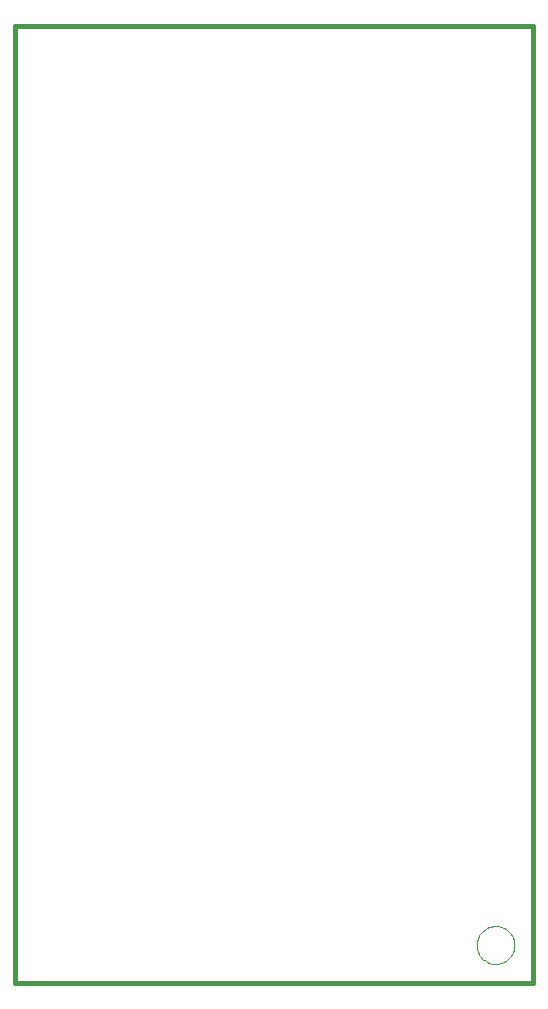
<source format=gbo>
G75*
%MOIN*%
%OFA0B0*%
%FSLAX24Y24*%
%IPPOS*%
%LPD*%
%AMOC8*
5,1,8,0,0,1.08239X$1,22.5*
%
%ADD10C,0.0160*%
%ADD11C,0.0000*%
D10*
X001330Y000595D02*
X001330Y032466D01*
X018575Y032466D01*
X018575Y000595D01*
X001330Y000595D01*
D11*
X016700Y001845D02*
X016702Y001895D01*
X016708Y001945D01*
X016718Y001994D01*
X016732Y002042D01*
X016749Y002089D01*
X016770Y002134D01*
X016795Y002178D01*
X016823Y002219D01*
X016855Y002258D01*
X016889Y002295D01*
X016926Y002329D01*
X016966Y002359D01*
X017008Y002386D01*
X017052Y002410D01*
X017098Y002431D01*
X017145Y002447D01*
X017193Y002460D01*
X017243Y002469D01*
X017292Y002474D01*
X017343Y002475D01*
X017393Y002472D01*
X017442Y002465D01*
X017491Y002454D01*
X017539Y002439D01*
X017585Y002421D01*
X017630Y002399D01*
X017673Y002373D01*
X017714Y002344D01*
X017753Y002312D01*
X017789Y002277D01*
X017821Y002239D01*
X017851Y002199D01*
X017878Y002156D01*
X017901Y002112D01*
X017920Y002066D01*
X017936Y002018D01*
X017948Y001969D01*
X017956Y001920D01*
X017960Y001870D01*
X017960Y001820D01*
X017956Y001770D01*
X017948Y001721D01*
X017936Y001672D01*
X017920Y001624D01*
X017901Y001578D01*
X017878Y001534D01*
X017851Y001491D01*
X017821Y001451D01*
X017789Y001413D01*
X017753Y001378D01*
X017714Y001346D01*
X017673Y001317D01*
X017630Y001291D01*
X017585Y001269D01*
X017539Y001251D01*
X017491Y001236D01*
X017442Y001225D01*
X017393Y001218D01*
X017343Y001215D01*
X017292Y001216D01*
X017243Y001221D01*
X017193Y001230D01*
X017145Y001243D01*
X017098Y001259D01*
X017052Y001280D01*
X017008Y001304D01*
X016966Y001331D01*
X016926Y001361D01*
X016889Y001395D01*
X016855Y001432D01*
X016823Y001471D01*
X016795Y001512D01*
X016770Y001556D01*
X016749Y001601D01*
X016732Y001648D01*
X016718Y001696D01*
X016708Y001745D01*
X016702Y001795D01*
X016700Y001845D01*
M02*

</source>
